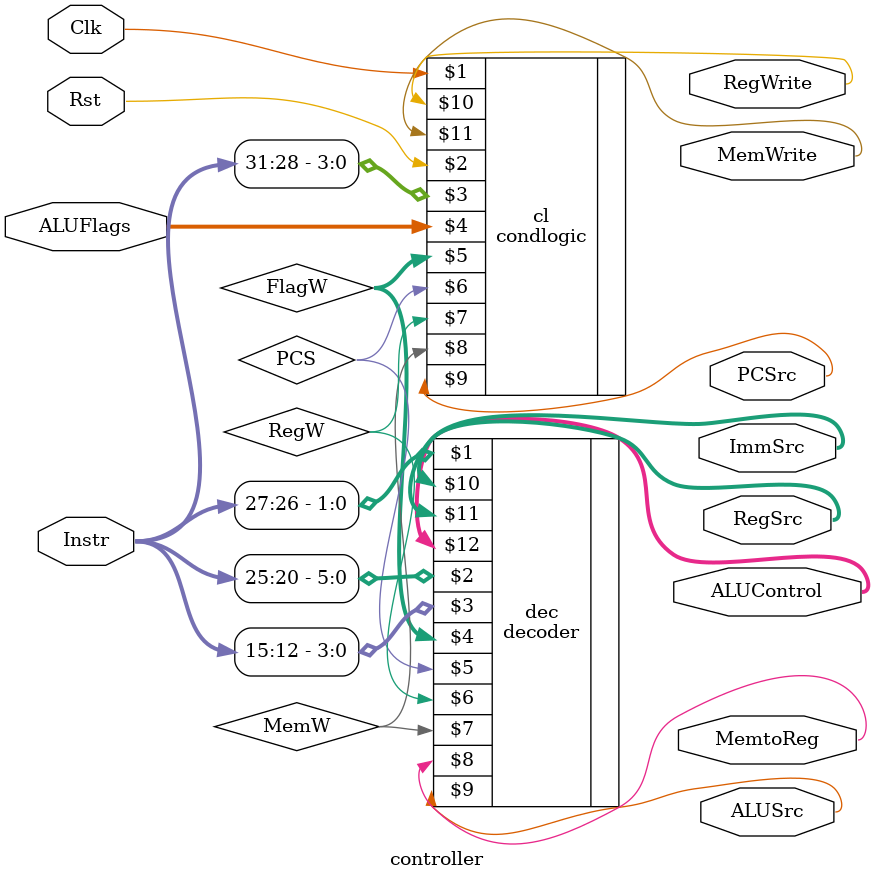
<source format=v>
`timescale 1ns / 1ps

module controller(Clk, Rst, Instr, ALUFlags, RegSrc, RegWrite, ImmSrc, ALUSrc,
                  ALUControl, MemWrite, MemtoReg, PCSrc);
    
    input Clk, Rst;
    input [31:12] Instr;
    input [3:0] ALUFlags;
    output wire [1:0] RegSrc;
    output wire RegWrite;
    output wire [1:0] ImmSrc;
    output wire ALUSrc;
    output wire [1:0] ALUControl;
    output wire MemWrite, MemtoReg, PCSrc;

    wire [1:0] FlagW;
    wire PCS, RegW, MemW;

    decoder dec(Instr[27:26], Instr[25:20], Instr[15:12],
                FlagW, PCS, RegW, MemW, MemtoReg, ALUSrc, ImmSrc, RegSrc,
                ALUControl);
    condlogic cl(Clk, Rst, Instr[31:28], ALUFlags, FlagW, PCS, RegW, MemW,
                 PCSrc, RegWrite, MemWrite);

endmodule


</source>
